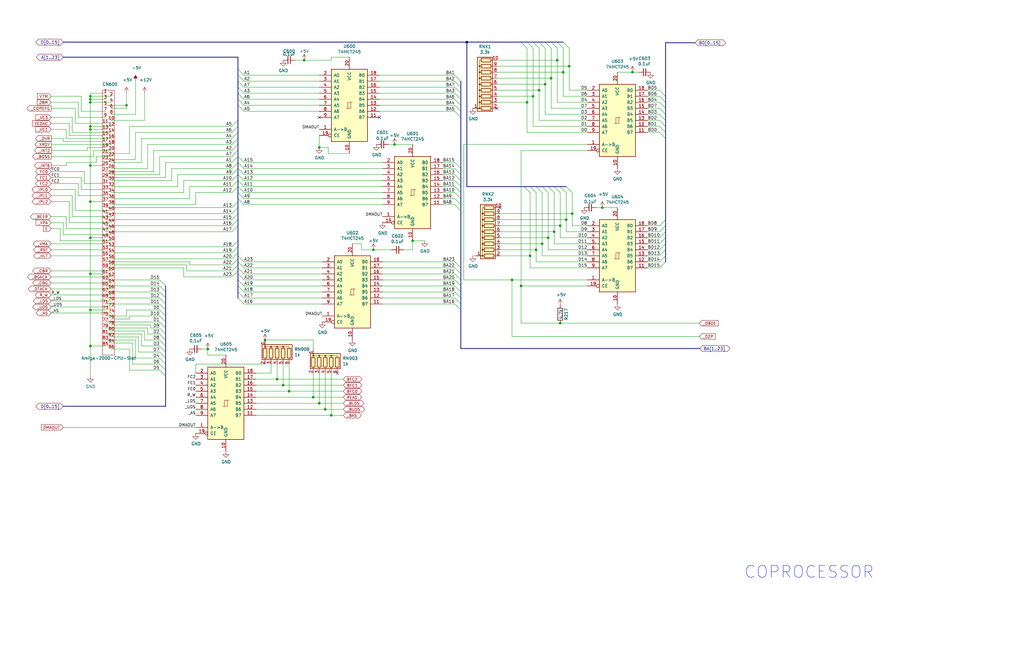
<source format=kicad_sch>
(kicad_sch (version 20230121) (generator eeschema)
  (paper "B")
  (title_block (title "Amiga 2000 EATX") (date "2023-03-10") (rev "3.0"))
  (junction (at 266.7 30.48))
  (junction (at 128.27 25.4))
  (junction (at 38.1 130.81))
  (junction (at 240.03 27.94))
  (junction (at 228.6 102.87))
  (junction (at 111.76 143.51))
  (junction (at 38.1 69.85))
  (junction (at 234.95 25.4))
  (junction (at 229.87 35.56))
  (junction (at 173.99 101.6))
  (junction (at 87.63 147.32))
  (junction (at 233.68 97.79))
  (junction (at 38.1 115.57))
  (junction (at 222.25 43.18))
  (junction (at 132.08 167.64))
  (junction (at 38.1 146.05))
  (junction (at 137.16 172.72))
  (junction (at 116.84 160.02))
  (junction (at 237.49 30.48))
  (junction (at 215.9 118.11))
  (junction (at 223.52 107.95))
  (junction (at 254 87.63))
  (junction (at 236.22 95.25))
  (junction (at 238.76 92.71))
  (junction (at 38.1 40.64))
  (junction (at 232.41 33.02))
  (junction (at 38.1 53.34))
  (junction (at 224.79 40.64))
  (junction (at 139.7 175.26))
  (junction (at 236.22 136.398))
  (junction (at 227.33 38.1))
  (junction (at 119.38 162.56))
  (junction (at 231.14 100.33))
  (junction (at 166.37 60.96))
  (junction (at 226.06 105.41))
  (junction (at 53.34 44.45))
  (junction (at 219.71 120.65))
  (junction (at 157.48 105.41))
  (junction (at 121.92 165.1))
  (junction (at 38.1 100.33))
  (junction (at 38.1 85.09))
  (junction (at 38.1 41.91))
  (junction (at 38.1 43.18))
  (junction (at 134.62 170.18))
  (junction (at 134.62 62.23))
  (junction (at 241.3 90.17))
  (junction (at 196.85 17.78))
  (junction (at 38.1 54.61))
  (no_connect (at 160.02 49.53))
  (no_connect (at 209.55 45.72))
  (no_connect (at 142.24 157.48))
  (no_connect (at 210.82 87.63))
  (no_connect (at 134.62 49.53))
  (bus_entry (at 191.77 83.82) (size 2.54 2.54))
  (bus_entry (at 191.77 128.27) (size 2.54 2.54))
  (bus_entry (at 229.87 20.32) (size -2.54 -2.54))
  (bus_entry (at 191.77 120.65) (size 2.54 2.54))
  (bus_entry (at 226.06 81.28) (size -2.54 -2.54))
  (bus_entry (at 191.77 39.37) (size 2.54 2.54))
  (bus_entry (at 97.79 55.88) (size 2.54 -2.54))
  (bus_entry (at 191.77 81.28) (size 2.54 2.54))
  (bus_entry (at 278.13 107.95) (size 2.54 -2.54))
  (bus_entry (at 241.3 81.28) (size -2.54 -2.54))
  (bus_entry (at 240.03 20.32) (size -2.54 -2.54))
  (bus_entry (at 102.87 120.65) (size -2.54 -2.54))
  (bus_entry (at 278.13 110.49) (size 2.54 -2.54))
  (bus_entry (at 231.14 81.28) (size -2.54 -2.54))
  (bus_entry (at 102.87 115.57) (size -2.54 -2.54))
  (bus_entry (at 102.87 73.66) (size -2.54 -2.54))
  (bus_entry (at 67.31 156.21) (size 2.54 2.54))
  (bus_entry (at 191.77 76.2) (size 2.54 2.54))
  (bus_entry (at 232.41 20.32) (size -2.54 -2.54))
  (bus_entry (at 191.77 36.83) (size 2.54 2.54))
  (bus_entry (at 278.13 55.88) (size 2.54 2.54))
  (bus_entry (at 97.79 106.68) (size 2.54 -2.54))
  (bus_entry (at 97.79 71.12) (size 2.54 -2.54))
  (bus_entry (at 102.87 83.82) (size -2.54 -2.54))
  (bus_entry (at 278.13 48.26) (size 2.54 2.54))
  (bus_entry (at 102.87 44.45) (size -2.54 -2.54))
  (bus_entry (at 97.79 66.04) (size 2.54 -2.54))
  (bus_entry (at 278.13 105.41) (size 2.54 -2.54))
  (bus_entry (at 67.31 146.05) (size 2.54 2.54))
  (bus_entry (at 222.25 20.32) (size -2.54 -2.54))
  (bus_entry (at 102.87 128.27) (size -2.54 -2.54))
  (bus_entry (at 67.31 130.81) (size 2.54 2.54))
  (bus_entry (at 191.77 118.11) (size 2.54 2.54))
  (bus_entry (at 67.31 120.65) (size 2.54 2.54))
  (bus_entry (at 97.79 68.58) (size 2.54 -2.54))
  (bus_entry (at 191.77 71.12) (size 2.54 2.54))
  (bus_entry (at 191.77 110.49) (size 2.54 2.54))
  (bus_entry (at 67.31 125.73) (size 2.54 2.54))
  (bus_entry (at 97.79 76.2) (size 2.54 -2.54))
  (bus_entry (at 278.13 40.64) (size 2.54 2.54))
  (bus_entry (at 97.79 81.28) (size 2.54 -2.54))
  (bus_entry (at 97.79 78.74) (size 2.54 -2.54))
  (bus_entry (at 97.79 92.71) (size 2.54 -2.54))
  (bus_entry (at 97.79 109.22) (size 2.54 -2.54))
  (bus_entry (at 191.77 44.45) (size 2.54 2.54))
  (bus_entry (at 233.68 81.28) (size -2.54 -2.54))
  (bus_entry (at 102.87 68.58) (size -2.54 -2.54))
  (bus_entry (at 67.31 140.97) (size 2.54 2.54))
  (bus_entry (at 102.87 78.74) (size -2.54 -2.54))
  (bus_entry (at 102.87 34.29) (size -2.54 -2.54))
  (bus_entry (at 102.87 110.49) (size -2.54 -2.54))
  (bus_entry (at 97.79 87.63) (size 2.54 -2.54))
  (bus_entry (at 228.6 81.28) (size -2.54 -2.54))
  (bus_entry (at 97.79 63.5) (size 2.54 -2.54))
  (bus_entry (at 67.31 135.89) (size 2.54 2.54))
  (bus_entry (at 191.77 86.36) (size 2.54 2.54))
  (bus_entry (at 67.31 153.67) (size 2.54 2.54))
  (bus_entry (at 97.79 116.84) (size 2.54 -2.54))
  (bus_entry (at 97.79 111.76) (size 2.54 -2.54))
  (bus_entry (at 102.87 123.19) (size -2.54 -2.54))
  (bus_entry (at 67.31 138.43) (size 2.54 2.54))
  (bus_entry (at 102.87 39.37) (size -2.54 -2.54))
  (bus_entry (at 97.79 60.96) (size 2.54 -2.54))
  (bus_entry (at 191.77 34.29) (size 2.54 2.54))
  (bus_entry (at 97.79 97.79) (size 2.54 -2.54))
  (bus_entry (at 278.13 38.1) (size 2.54 2.54))
  (bus_entry (at 102.87 71.12) (size -2.54 -2.54))
  (bus_entry (at 191.77 68.58) (size 2.54 2.54))
  (bus_entry (at 67.31 123.19) (size 2.54 2.54))
  (bus_entry (at 97.79 58.42) (size 2.54 -2.54))
  (bus_entry (at 97.79 53.34) (size 2.54 -2.54))
  (bus_entry (at 191.77 113.03) (size 2.54 2.54))
  (bus_entry (at 191.77 31.75) (size 2.54 2.54))
  (bus_entry (at 278.13 43.18) (size 2.54 2.54))
  (bus_entry (at 97.79 73.66) (size 2.54 -2.54))
  (bus_entry (at 278.13 97.79) (size 2.54 -2.54))
  (bus_entry (at 227.33 20.32) (size -2.54 -2.54))
  (bus_entry (at 278.13 113.03) (size 2.54 -2.54))
  (bus_entry (at 102.87 125.73) (size -2.54 -2.54))
  (bus_entry (at 278.13 102.87) (size 2.54 -2.54))
  (bus_entry (at 102.87 81.28) (size -2.54 -2.54))
  (bus_entry (at 191.77 125.73) (size 2.54 2.54))
  (bus_entry (at 191.77 73.66) (size 2.54 2.54))
  (bus_entry (at 102.87 36.83) (size -2.54 -2.54))
  (bus_entry (at 234.95 20.32) (size -2.54 -2.54))
  (bus_entry (at 278.13 53.34) (size 2.54 2.54))
  (bus_entry (at 237.49 20.32) (size -2.54 -2.54))
  (bus_entry (at 67.31 148.59) (size 2.54 2.54))
  (bus_entry (at 236.22 81.28) (size -2.54 -2.54))
  (bus_entry (at 278.13 45.72) (size 2.54 2.54))
  (bus_entry (at 191.77 78.74) (size 2.54 2.54))
  (bus_entry (at 191.77 115.57) (size 2.54 2.54))
  (bus_entry (at 191.77 123.19) (size 2.54 2.54))
  (bus_entry (at 102.87 31.75) (size -2.54 -2.54))
  (bus_entry (at 97.79 90.17) (size 2.54 -2.54))
  (bus_entry (at 224.79 20.32) (size -2.54 -2.54))
  (bus_entry (at 67.31 143.51) (size 2.54 2.54))
  (bus_entry (at 278.13 50.8) (size 2.54 2.54))
  (bus_entry (at 102.87 41.91) (size -2.54 -2.54))
  (bus_entry (at 191.77 46.99) (size 2.54 2.54))
  (bus_entry (at 223.52 81.28) (size -2.54 -2.54))
  (bus_entry (at 278.13 95.25) (size 2.54 -2.54))
  (bus_entry (at 67.31 118.11) (size 2.54 2.54))
  (bus_entry (at 102.87 46.99) (size -2.54 -2.54))
  (bus_entry (at 67.31 151.13) (size 2.54 2.54))
  (bus_entry (at 102.87 113.03) (size -2.54 -2.54))
  (bus_entry (at 278.13 100.33) (size 2.54 -2.54))
  (bus_entry (at 67.31 133.35) (size 2.54 2.54))
  (bus_entry (at 97.79 114.3) (size 2.54 -2.54))
  (bus_entry (at 238.76 81.28) (size -2.54 -2.54))
  (bus_entry (at 97.79 104.14) (size 2.54 -2.54))
  (bus_entry (at 97.79 95.25) (size 2.54 -2.54))
  (bus_entry (at 102.87 118.11) (size -2.54 -2.54))
  (bus_entry (at 191.77 41.91) (size 2.54 2.54))
  (bus_entry (at 102.87 76.2) (size -2.54 -2.54))
  (bus_entry (at 67.31 128.27) (size 2.54 2.54))
  (bus_entry (at 102.87 86.36) (size -2.54 -2.54))
  (wire (pts (xy 107.95 165.1) (xy 121.92 165.1)))
  (wire (pts (xy 46.99 114.3) (xy 21.59 114.3)))
  (wire (pts (xy 46.99 93.98) (xy 29.21 93.98)))
  (wire (pts (xy 72.39 76.2) (xy 72.39 71.12)))
  (bus (pts (xy 280.67 100.33) (xy 280.67 102.87)))
  (wire (pts (xy 160.02 31.75) (xy 191.77 31.75)))
  (wire (pts (xy 87.63 147.32) (xy 87.63 149.86)))
  (wire (pts (xy 114.3 153.67) (xy 114.3 157.48)))
  (wire (pts (xy 236.22 100.33) (xy 247.65 100.33)))
  (wire (pts (xy 247.65 113.03) (xy 223.52 113.03)))
  (wire (pts (xy 161.29 115.57) (xy 191.77 115.57)))
  (wire (pts (xy 80.01 111.76) (xy 97.79 111.76)))
  (wire (pts (xy 78.74 111.76) (xy 78.74 114.3)))
  (wire (pts (xy 236.22 136.398) (xy 294.894 136.398)))
  (wire (pts (xy 38.1 41.91) (xy 38.1 43.18)))
  (wire (pts (xy 209.55 40.64) (xy 224.79 40.64)))
  (bus (pts (xy 100.33 24.13) (xy 100.33 29.21)))
  (wire (pts (xy 161.29 81.28) (xy 102.87 81.28)))
  (wire (pts (xy 278.13 100.33) (xy 273.05 100.33)))
  (wire (pts (xy 229.87 20.32) (xy 229.87 35.56)))
  (wire (pts (xy 38.1 54.61) (xy 38.1 69.85)))
  (bus (pts (xy 280.67 43.18) (xy 280.67 45.72)))
  (wire (pts (xy 161.29 76.2) (xy 102.87 76.2)))
  (wire (pts (xy 186.69 78.74) (xy 191.77 78.74)))
  (wire (pts (xy 236.22 95.25) (xy 236.22 100.33)))
  (wire (pts (xy 228.6 102.87) (xy 228.6 81.28)))
  (wire (pts (xy 223.52 107.95) (xy 223.52 113.03)))
  (wire (pts (xy 33.02 77.47) (xy 33.02 82.55)))
  (wire (pts (xy 53.34 45.72) (xy 53.34 44.45)))
  (wire (pts (xy 63.5 138.43) (xy 67.31 138.43)))
  (wire (pts (xy 134.62 31.75) (xy 102.87 31.75)))
  (wire (pts (xy 173.99 60.96) (xy 166.37 60.96)))
  (wire (pts (xy 161.29 120.65) (xy 191.77 120.65)))
  (bus (pts (xy 194.31 76.2) (xy 194.31 78.74)))
  (bus (pts (xy 194.31 39.37) (xy 194.31 41.91)))
  (bus (pts (xy 100.33 71.12) (xy 100.33 73.66)))
  (bus (pts (xy 69.85 146.05) (xy 69.85 148.59)))
  (wire (pts (xy 135.89 120.65) (xy 102.87 120.65)))
  (wire (pts (xy 55.88 153.67) (xy 67.31 153.67)))
  (bus (pts (xy 232.41 17.78) (xy 234.95 17.78)))
  (bus (pts (xy 100.33 111.76) (xy 100.33 113.03)))
  (bus (pts (xy 100.33 73.66) (xy 100.33 76.2)))
  (wire (pts (xy 44.45 120.65) (xy 67.31 120.65)))
  (wire (pts (xy 21.59 52.07) (xy 29.21 52.07)))
  (wire (pts (xy 46.99 132.08) (xy 21.59 132.08)))
  (wire (pts (xy 161.29 128.27) (xy 191.77 128.27)))
  (wire (pts (xy 102.87 83.82) (xy 161.29 83.82)))
  (bus (pts (xy 194.31 44.45) (xy 194.31 46.99)))
  (wire (pts (xy 82.55 180.34) (xy 26.67 180.34)))
  (wire (pts (xy 44.45 44.45) (xy 53.34 44.45)))
  (wire (pts (xy 166.37 60.96) (xy 163.83 60.96)))
  (wire (pts (xy 229.87 35.56) (xy 229.87 48.26)))
  (wire (pts (xy 26.67 99.06) (xy 26.67 93.98)))
  (wire (pts (xy 46.99 147.32) (xy 54.61 147.32)))
  (bus (pts (xy 100.33 44.45) (xy 100.33 50.8)))
  (wire (pts (xy 210.82 100.33) (xy 231.14 100.33)))
  (wire (pts (xy 21.59 60.96) (xy 46.99 60.96)))
  (wire (pts (xy 238.76 81.28) (xy 238.76 92.71)))
  (bus (pts (xy 227.33 17.78) (xy 229.87 17.78)))
  (bus (pts (xy 100.33 118.11) (xy 100.33 120.65)))
  (wire (pts (xy 226.06 105.41) (xy 226.06 110.49)))
  (wire (pts (xy 128.27 25.4) (xy 139.7 25.4)))
  (wire (pts (xy 102.87 34.29) (xy 134.62 34.29)))
  (bus (pts (xy 280.67 18.034) (xy 293.116 18.034)))
  (wire (pts (xy 161.29 68.58) (xy 102.87 68.58)))
  (wire (pts (xy 44.45 115.57) (xy 38.1 115.57)))
  (bus (pts (xy 69.85 125.73) (xy 69.85 128.27)))
  (wire (pts (xy 237.49 30.48) (xy 237.49 40.64)))
  (wire (pts (xy 46.99 50.8) (xy 60.96 50.8)))
  (wire (pts (xy 46.99 43.18) (xy 38.1 43.18)))
  (wire (pts (xy 107.95 170.18) (xy 134.62 170.18)))
  (wire (pts (xy 77.47 76.2) (xy 97.79 76.2)))
  (wire (pts (xy 21.59 96.52) (xy 25.4 96.52)))
  (bus (pts (xy 100.33 114.3) (xy 100.33 115.57)))
  (bus (pts (xy 26.67 17.78) (xy 196.85 17.78)))
  (wire (pts (xy 224.79 20.32) (xy 224.79 40.64)))
  (wire (pts (xy 59.69 140.97) (xy 59.69 146.05)))
  (wire (pts (xy 210.82 90.17) (xy 241.3 90.17)))
  (wire (pts (xy 44.45 64.77) (xy 54.61 64.77)))
  (bus (pts (xy 100.33 66.04) (xy 100.33 68.58)))
  (wire (pts (xy 107.95 160.02) (xy 116.84 160.02)))
  (wire (pts (xy 240.03 27.94) (xy 240.03 38.1)))
  (bus (pts (xy 223.52 78.74) (xy 226.06 78.74)))
  (wire (pts (xy 273.05 45.72) (xy 278.13 45.72)))
  (wire (pts (xy 237.49 40.64) (xy 247.65 40.64)))
  (bus (pts (xy 100.33 76.2) (xy 100.33 78.74)))
  (wire (pts (xy 278.13 48.26) (xy 273.05 48.26)))
  (bus (pts (xy 69.85 156.21) (xy 69.85 158.75)))
  (wire (pts (xy 44.45 54.61) (xy 38.1 54.61)))
  (wire (pts (xy 46.99 121.92) (xy 21.59 121.92)))
  (wire (pts (xy 114.3 157.48) (xy 107.95 157.48)))
  (wire (pts (xy 38.1 130.81) (xy 38.1 146.05)))
  (bus (pts (xy 280.67 45.72) (xy 280.67 48.26)))
  (wire (pts (xy 191.77 71.12) (xy 186.69 71.12)))
  (bus (pts (xy 100.33 107.95) (xy 100.33 109.22)))
  (wire (pts (xy 135.89 113.03) (xy 102.87 113.03)))
  (wire (pts (xy 38.1 100.33) (xy 38.1 115.57)))
  (wire (pts (xy 53.34 130.81) (xy 67.31 130.81)))
  (wire (pts (xy 44.45 118.11) (xy 67.31 118.11)))
  (wire (pts (xy 219.71 120.65) (xy 219.71 63.5)))
  (bus (pts (xy 228.6 78.74) (xy 231.14 78.74)))
  (wire (pts (xy 97.79 87.63) (xy 44.45 87.63)))
  (wire (pts (xy 241.3 95.25) (xy 247.65 95.25)))
  (wire (pts (xy 60.96 50.8) (xy 60.96 39.37)))
  (wire (pts (xy 107.95 172.72) (xy 137.16 172.72)))
  (wire (pts (xy 135.89 110.49) (xy 102.87 110.49)))
  (wire (pts (xy 186.69 68.58) (xy 191.77 68.58)))
  (wire (pts (xy 228.6 102.87) (xy 228.6 107.95)))
  (wire (pts (xy 74.93 78.74) (xy 46.99 78.74)))
  (bus (pts (xy 196.85 78.74) (xy 220.98 78.74)))
  (wire (pts (xy 139.7 175.26) (xy 144.78 175.26)))
  (bus (pts (xy 226.06 78.74) (xy 228.6 78.74)))
  (wire (pts (xy 160.02 46.99) (xy 191.77 46.99)))
  (wire (pts (xy 44.45 113.03) (xy 77.47 113.03)))
  (bus (pts (xy 280.67 92.71) (xy 280.67 95.25)))
  (wire (pts (xy 44.45 125.73) (xy 67.31 125.73)))
  (wire (pts (xy 33.02 43.18) (xy 33.02 49.53)))
  (wire (pts (xy 46.99 53.34) (xy 38.1 53.34)))
  (wire (pts (xy 223.52 107.95) (xy 223.52 81.28)))
  (wire (pts (xy 62.23 140.97) (xy 67.31 140.97)))
  (wire (pts (xy 78.74 114.3) (xy 97.79 114.3)))
  (bus (pts (xy 69.85 171.45) (xy 26.67 171.45)))
  (bus (pts (xy 100.33 50.8) (xy 100.33 53.34)))
  (wire (pts (xy 210.82 95.25) (xy 236.22 95.25)))
  (wire (pts (xy 80.01 83.82) (xy 46.99 83.82)))
  (bus (pts (xy 100.33 120.65) (xy 100.33 123.19)))
  (wire (pts (xy 273.05 53.34) (xy 278.13 53.34)))
  (bus (pts (xy 219.71 17.78) (xy 222.25 17.78)))
  (bus (pts (xy 69.85 135.89) (xy 69.85 138.43)))
  (wire (pts (xy 46.99 63.5) (xy 39.37 63.5)))
  (wire (pts (xy 46.99 119.38) (xy 21.59 119.38)))
  (wire (pts (xy 161.29 118.11) (xy 191.77 118.11)))
  (wire (pts (xy 241.3 90.17) (xy 241.3 95.25)))
  (wire (pts (xy 229.87 48.26) (xy 247.65 48.26)))
  (wire (pts (xy 60.96 143.51) (xy 67.31 143.51)))
  (wire (pts (xy 260.35 87.63) (xy 254 87.63)))
  (wire (pts (xy 137.16 172.72) (xy 144.78 172.72)))
  (wire (pts (xy 247.65 107.95) (xy 228.6 107.95)))
  (wire (pts (xy 124.46 25.4) (xy 128.27 25.4)))
  (bus (pts (xy 280.67 95.25) (xy 280.67 97.79)))
  (wire (pts (xy 219.71 63.5) (xy 247.65 63.5)))
  (wire (pts (xy 209.55 35.56) (xy 229.87 35.56)))
  (wire (pts (xy 53.34 44.45) (xy 53.34 39.37)))
  (wire (pts (xy 38.1 69.85) (xy 38.1 85.09)))
  (wire (pts (xy 237.49 20.32) (xy 237.49 30.48)))
  (wire (pts (xy 30.48 55.88) (xy 30.48 49.53)))
  (bus (pts (xy 194.31 130.81) (xy 194.31 147.066)))
  (wire (pts (xy 135.89 115.57) (xy 102.87 115.57)))
  (wire (pts (xy 29.21 52.07) (xy 29.21 57.15)))
  (bus (pts (xy 100.33 87.63) (xy 100.33 90.17)))
  (wire (pts (xy 186.69 83.82) (xy 191.77 83.82)))
  (wire (pts (xy 46.99 106.68) (xy 97.79 106.68)))
  (wire (pts (xy 35.56 77.47) (xy 44.45 77.47)))
  (wire (pts (xy 38.1 43.18) (xy 38.1 53.34)))
  (wire (pts (xy 69.85 74.93) (xy 69.85 68.58)))
  (wire (pts (xy 46.99 111.76) (xy 78.74 111.76)))
  (wire (pts (xy 46.99 45.72) (xy 53.34 45.72)))
  (bus (pts (xy 100.33 104.14) (xy 100.33 106.68)))
  (wire (pts (xy 191.77 86.36) (xy 186.69 86.36)))
  (wire (pts (xy 44.45 107.95) (xy 21.59 107.95)))
  (bus (pts (xy 222.25 17.78) (xy 224.79 17.78)))
  (wire (pts (xy 59.69 146.05) (xy 67.31 146.05)))
  (wire (pts (xy 135.89 128.27) (xy 102.87 128.27)))
  (wire (pts (xy 31.75 88.9) (xy 31.75 80.01)))
  (wire (pts (xy 46.99 81.28) (xy 77.47 81.28)))
  (wire (pts (xy 209.55 25.4) (xy 234.95 25.4)))
  (wire (pts (xy 74.93 73.66) (xy 97.79 73.66)))
  (bus (pts (xy 194.31 86.36) (xy 194.31 88.9)))
  (wire (pts (xy 209.55 30.48) (xy 237.49 30.48)))
  (bus (pts (xy 69.85 140.97) (xy 69.85 143.51)))
  (wire (pts (xy 134.62 39.37) (xy 102.87 39.37)))
  (wire (pts (xy 62.23 71.12) (xy 62.23 60.96)))
  (wire (pts (xy 233.68 97.79) (xy 233.68 102.87)))
  (wire (pts (xy 21.59 45.72) (xy 31.75 45.72)))
  (wire (pts (xy 232.41 20.32) (xy 232.41 33.02)))
  (wire (pts (xy 266.7 30.48) (xy 269.24 30.48)))
  (bus (pts (xy 100.33 63.5) (xy 100.33 66.04)))
  (wire (pts (xy 44.45 140.97) (xy 59.69 140.97)))
  (wire (pts (xy 273.05 113.03) (xy 278.13 113.03)))
  (wire (pts (xy 77.47 113.03) (xy 77.47 116.84)))
  (wire (pts (xy 227.33 20.32) (xy 227.33 38.1)))
  (bus (pts (xy 69.85 153.67) (xy 69.85 156.21)))
  (wire (pts (xy 35.56 72.39) (xy 35.56 77.47)))
  (wire (pts (xy 147.32 64.77) (xy 138.43 64.77)))
  (wire (pts (xy 59.69 68.58) (xy 46.99 68.58)))
  (wire (pts (xy 132.08 167.64) (xy 144.78 167.64)))
  (wire (pts (xy 21.59 105.41) (xy 44.45 105.41)))
  (wire (pts (xy 63.5 137.16) (xy 63.5 138.43)))
  (wire (pts (xy 44.45 133.35) (xy 53.34 133.35)))
  (wire (pts (xy 160.02 41.91) (xy 191.77 41.91)))
  (wire (pts (xy 107.95 175.26) (xy 139.7 175.26)))
  (bus (pts (xy 100.33 110.49) (xy 100.33 111.76)))
  (wire (pts (xy 46.99 129.54) (xy 21.59 129.54)))
  (bus (pts (xy 196.85 17.78) (xy 219.71 17.78)))
  (wire (pts (xy 210.82 105.41) (xy 226.06 105.41)))
  (wire (pts (xy 215.9 118.11) (xy 247.65 118.11)))
  (wire (pts (xy 29.21 85.09) (xy 21.59 85.09)))
  (wire (pts (xy 226.06 81.28) (xy 226.06 105.41)))
  (wire (pts (xy 82.55 81.28) (xy 97.79 81.28)))
  (wire (pts (xy 46.99 86.36) (xy 82.55 86.36)))
  (wire (pts (xy 21.59 82.55) (xy 30.48 82.55)))
  (wire (pts (xy 119.38 162.56) (xy 144.78 162.56)))
  (wire (pts (xy 46.99 142.24) (xy 58.42 142.24)))
  (wire (pts (xy 80.01 110.49) (xy 80.01 111.76)))
  (wire (pts (xy 173.99 105.41) (xy 173.99 101.6)))
  (wire (pts (xy 161.29 123.19) (xy 191.77 123.19)))
  (wire (pts (xy 74.93 78.74) (xy 74.93 73.66)))
  (bus (pts (xy 69.85 133.35) (xy 69.85 135.89)))
  (wire (pts (xy 54.61 156.21) (xy 67.31 156.21)))
  (wire (pts (xy 199.39 107.95) (xy 200.66 107.95)))
  (wire (pts (xy 260.35 30.48) (xy 266.7 30.48)))
  (wire (pts (xy 21.59 91.44) (xy 27.94 91.44)))
  (wire (pts (xy 219.71 120.65) (xy 219.71 136.398)))
  (wire (pts (xy 30.48 91.44) (xy 46.99 91.44)))
  (wire (pts (xy 238.76 92.71) (xy 238.76 97.79)))
  (wire (pts (xy 210.82 92.71) (xy 238.76 92.71)))
  (wire (pts (xy 241.3 81.28) (xy 241.3 90.17)))
  (wire (pts (xy 38.1 146.05) (xy 38.1 158.75)))
  (wire (pts (xy 157.48 105.41) (xy 165.1 105.41)))
  (bus (pts (xy 194.31 118.11) (xy 194.31 120.65)))
  (bus (pts (xy 194.31 113.03) (xy 194.31 115.57)))
  (wire (pts (xy 46.99 40.64) (xy 38.1 40.64)))
  (bus (pts (xy 100.33 53.34) (xy 100.33 55.88)))
  (wire (pts (xy 39.37 63.5) (xy 39.37 66.04)))
  (wire (pts (xy 46.99 88.9) (xy 31.75 88.9)))
  (bus (pts (xy 194.31 34.29) (xy 194.31 36.83)))
  (bus (pts (xy 100.33 29.21) (xy 100.33 31.75)))
  (wire (pts (xy 46.99 66.04) (xy 40.64 66.04)))
  (wire (pts (xy 21.59 72.39) (xy 35.56 72.39)))
  (bus (pts (xy 100.33 101.6) (xy 100.33 104.14)))
  (wire (pts (xy 44.45 102.87) (xy 21.59 102.87)))
  (wire (pts (xy 62.23 60.96) (xy 97.79 60.96)))
  (wire (pts (xy 148.59 102.87) (xy 152.4 102.87)))
  (wire (pts (xy 134.62 44.45) (xy 102.87 44.45)))
  (wire (pts (xy 34.29 74.93) (xy 34.29 80.01)))
  (bus (pts (xy 194.31 49.53) (xy 194.31 71.12)))
  (wire (pts (xy 59.69 58.42) (xy 97.79 58.42)))
  (wire (pts (xy 44.45 41.91) (xy 38.1 41.91)))
  (bus (pts (xy 100.33 109.22) (xy 100.33 110.49)))
  (wire (pts (xy 234.95 25.4) (xy 234.95 43.18)))
  (wire (pts (xy 247.65 53.34) (xy 224.79 53.34)))
  (wire (pts (xy 132.08 147.32) (xy 132.08 143.51)))
  (wire (pts (xy 21.59 43.18) (xy 33.02 43.18)))
  (wire (pts (xy 240.03 38.1) (xy 247.65 38.1)))
  (bus (pts (xy 194.31 120.65) (xy 194.31 123.19)))
  (wire (pts (xy 152.4 105.41) (xy 157.48 105.41)))
  (wire (pts (xy 27.94 68.58) (xy 27.94 69.85)))
  (bus (pts (xy 100.33 113.03) (xy 100.33 114.3)))
  (wire (pts (xy 44.45 143.51) (xy 57.15 143.51)))
  (bus (pts (xy 234.95 17.78) (xy 237.49 17.78)))
  (wire (pts (xy 21.59 74.93) (xy 34.29 74.93)))
  (bus (pts (xy 194.31 88.9) (xy 194.31 113.03)))
  (wire (pts (xy 247.65 43.18) (xy 234.95 43.18)))
  (wire (pts (xy 135.89 125.73) (xy 102.87 125.73)))
  (wire (pts (xy 26.67 58.42) (xy 21.59 58.42)))
  (wire (pts (xy 273.05 97.79) (xy 278.13 97.79)))
  (wire (pts (xy 39.37 66.04) (xy 21.59 66.04)))
  (wire (pts (xy 161.29 125.73) (xy 191.77 125.73)))
  (wire (pts (xy 54.61 147.32) (xy 54.61 156.21)))
  (wire (pts (xy 278.13 55.88) (xy 273.05 55.88)))
  (wire (pts (xy 62.23 71.12) (xy 46.99 71.12)))
  (wire (pts (xy 138.43 64.77) (xy 138.43 62.23)))
  (wire (pts (xy 44.45 85.09) (xy 38.1 85.09)))
  (bus (pts (xy 100.33 41.91) (xy 100.33 44.45)))
  (wire (pts (xy 44.45 100.33) (xy 38.1 100.33)))
  (wire (pts (xy 236.22 81.28) (xy 236.22 95.25)))
  (bus (pts (xy 100.33 31.75) (xy 100.33 34.29)))
  (wire (pts (xy 107.95 162.56) (xy 119.38 162.56)))
  (bus (pts (xy 69.85 158.75) (xy 69.85 171.45)))
  (wire (pts (xy 232.41 33.02) (xy 232.41 45.72)))
  (wire (pts (xy 209.55 38.1) (xy 227.33 38.1)))
  (wire (pts (xy 121.92 153.67) (xy 121.92 165.1)))
  (wire (pts (xy 38.1 53.34) (xy 38.1 54.61)))
  (wire (pts (xy 53.34 133.35) (xy 53.34 130.81)))
  (wire (pts (xy 36.83 62.23) (xy 44.45 62.23)))
  (wire (pts (xy 134.62 157.48) (xy 134.62 170.18)))
  (wire (pts (xy 62.23 138.43) (xy 62.23 140.97)))
  (wire (pts (xy 215.9 118.11) (xy 215.9 141.986)))
  (bus (pts (xy 69.85 151.13) (xy 69.85 153.67)))
  (wire (pts (xy 46.99 137.16) (xy 63.5 137.16)))
  (wire (pts (xy 58.42 148.59) (xy 67.31 148.59)))
  (wire (pts (xy 36.83 63.5) (xy 36.83 62.23)))
  (wire (pts (xy 27.94 58.42) (xy 27.94 54.61)))
  (wire (pts (xy 77.47 81.28) (xy 77.47 76.2)))
  (bus (pts (xy 100.33 106.68) (xy 100.33 107.95)))
  (wire (pts (xy 54.61 64.77) (xy 54.61 53.34)))
  (wire (pts (xy 138.43 62.23) (xy 134.62 62.23)))
  (wire (pts (xy 209.55 43.18) (xy 222.25 43.18)))
  (wire (pts (xy 209.55 27.94) (xy 240.03 27.94)))
  (wire (pts (xy 27.94 91.44) (xy 27.94 96.52)))
  (bus (pts (xy 194.31 73.66) (xy 194.31 76.2)))
  (wire (pts (xy 82.55 86.36) (xy 82.55 81.28)))
  (wire (pts (xy 21.59 77.47) (xy 33.02 77.47)))
  (wire (pts (xy 186.69 73.66) (xy 191.77 73.66)))
  (wire (pts (xy 33.02 49.53) (xy 44.45 49.53)))
  (wire (pts (xy 27.94 96.52) (xy 46.99 96.52)))
  (wire (pts (xy 111.76 153.67) (xy 82.55 153.67)))
  (wire (pts (xy 44.45 128.27) (xy 67.31 128.27)))
  (bus (pts (xy 194.31 71.12) (xy 194.31 73.66)))
  (wire (pts (xy 44.45 97.79) (xy 97.79 97.79)))
  (wire (pts (xy 38.1 85.09) (xy 38.1 100.33)))
  (wire (pts (xy 27.94 69.85) (xy 21.59 69.85)))
  (wire (pts (xy 134.62 62.23) (xy 134.62 57.15)))
  (wire (pts (xy 240.03 20.32) (xy 240.03 27.94)))
  (wire (pts (xy 97.79 92.71) (xy 44.45 92.71)))
  (bus (pts (xy 194.31 128.27) (xy 194.31 130.81)))
  (bus (pts (xy 100.33 34.29) (xy 100.33 36.83)))
  (wire (pts (xy 27.94 54.61) (xy 21.59 54.61)))
  (wire (pts (xy 57.15 143.51) (xy 57.15 151.13)))
  (wire (pts (xy 191.77 81.28) (xy 186.69 81.28)))
  (bus (pts (xy 100.33 83.82) (xy 100.33 85.09)))
  (wire (pts (xy 44.45 123.19) (xy 67.31 123.19)))
  (wire (pts (xy 215.9 141.986) (xy 294.894 141.986)))
  (wire (pts (xy 34.29 46.99) (xy 34.29 40.64)))
  (wire (pts (xy 273.05 38.1) (xy 278.13 38.1)))
  (bus (pts (xy 194.31 83.82) (xy 194.31 86.36)))
  (bus (pts (xy 100.33 92.71) (xy 100.33 95.25)))
  (wire (pts (xy 67.31 73.66) (xy 67.31 66.04)))
  (bus (pts (xy 194.31 115.57) (xy 194.31 118.11)))
  (wire (pts (xy 231.14 105.41) (xy 247.65 105.41)))
  (wire (pts (xy 31.75 45.72) (xy 31.75 52.07)))
  (bus (pts (xy 194.31 41.91) (xy 194.31 44.45)))
  (wire (pts (xy 30.48 82.55) (xy 30.48 91.44)))
  (wire (pts (xy 72.39 76.2) (xy 46.99 76.2)))
  (wire (pts (xy 247.65 102.87) (xy 233.68 102.87)))
  (wire (pts (xy 247.65 97.79) (xy 238.76 97.79)))
  (wire (pts (xy 80.01 83.82) (xy 80.01 78.74)))
  (wire (pts (xy 161.29 73.66) (xy 102.87 73.66)))
  (wire (pts (xy 233.68 97.79) (xy 233.68 81.28)))
  (wire (pts (xy 80.01 78.74) (xy 97.79 78.74)))
  (bus (pts (xy 100.33 85.09) (xy 100.33 87.63)))
  (wire (pts (xy 191.77 110.49) (xy 161.29 110.49)))
  (wire (pts (xy 160.02 34.29) (xy 191.77 34.29)))
  (bus (pts (xy 196.85 17.78) (xy 196.85 78.74)))
  (wire (pts (xy 231.14 100.33) (xy 231.14 105.41)))
  (wire (pts (xy 160.02 44.45) (xy 191.77 44.45)))
  (wire (pts (xy 25.4 101.6) (xy 46.99 101.6)))
  (wire (pts (xy 102.87 86.36) (xy 161.29 86.36)))
  (wire (pts (xy 107.95 167.64) (xy 132.08 167.64)))
  (wire (pts (xy 34.29 80.01) (xy 44.45 80.01)))
  (bus (pts (xy 236.22 78.74) (xy 238.76 78.74)))
  (wire (pts (xy 227.33 50.8) (xy 247.65 50.8)))
  (wire (pts (xy 215.9 118.11) (xy 195.58 118.11)))
  (wire (pts (xy 34.29 40.64) (xy 21.59 40.64)))
  (bus (pts (xy 280.67 102.87) (xy 280.67 105.41)))
  (bus (pts (xy 280.67 40.64) (xy 280.67 43.18)))
  (wire (pts (xy 134.62 36.83) (xy 102.87 36.83)))
  (wire (pts (xy 31.75 80.01) (xy 21.59 80.01)))
  (wire (pts (xy 116.84 153.67) (xy 116.84 160.02)))
  (wire (pts (xy 54.61 134.62) (xy 54.61 133.35)))
  (wire (pts (xy 132.08 143.51) (xy 111.76 143.51)))
  (wire (pts (xy 82.55 153.67) (xy 82.55 157.48)))
  (bus (pts (xy 100.33 68.58) (xy 100.33 71.12)))
  (bus (pts (xy 194.31 46.99) (xy 194.31 49.53)))
  (wire (pts (xy 161.29 71.12) (xy 102.87 71.12)))
  (wire (pts (xy 46.99 58.42) (xy 27.94 58.42)))
  (bus (pts (xy 194.31 147.066) (xy 295.148 147.066)))
  (wire (pts (xy 278.13 105.41) (xy 273.05 105.41)))
  (wire (pts (xy 179.07 101.6) (xy 173.99 101.6)))
  (bus (pts (xy 100.33 115.57) (xy 100.33 118.11)))
  (bus (pts (xy 100.33 36.83) (xy 100.33 39.37)))
  (wire (pts (xy 139.7 24.13) (xy 147.32 24.13)))
  (wire (pts (xy 132.08 157.48) (xy 132.08 167.64)))
  (bus (pts (xy 280.67 48.26) (xy 280.67 50.8)))
  (bus (pts (xy 100.33 60.96) (xy 100.33 63.5)))
  (bus (pts (xy 194.31 81.28) (xy 194.31 83.82)))
  (bus (pts (xy 220.98 78.74) (xy 223.52 78.74)))
  (wire (pts (xy 134.62 170.18) (xy 144.78 170.18)))
  (bus (pts (xy 26.67 24.13) (xy 100.33 24.13)))
  (wire (pts (xy 67.31 66.04) (xy 97.79 66.04)))
  (bus (pts (xy 194.31 125.73) (xy 194.31 128.27)))
  (wire (pts (xy 46.99 127) (xy 21.59 127)))
  (wire (pts (xy 25.4 96.52) (xy 25.4 101.6)))
  (wire (pts (xy 210.82 97.79) (xy 233.68 97.79)))
  (wire (pts (xy 161.29 78.74) (xy 102.87 78.74)))
  (wire (pts (xy 38.1 40.64) (xy 38.1 41.91)))
  (wire (pts (xy 135.89 123.19) (xy 102.87 123.19)))
  (bus (pts (xy 280.67 58.42) (xy 280.67 92.71)))
  (wire (pts (xy 219.71 136.398) (xy 236.22 136.398)))
  (wire (pts (xy 54.61 53.34) (xy 97.79 53.34)))
  (wire (pts (xy 222.25 55.88) (xy 247.65 55.88)))
  (wire (pts (xy 77.47 116.84) (xy 97.79 116.84)))
  (wire (pts (xy 278.13 95.25) (xy 273.05 95.25)))
  (wire (pts (xy 224.79 40.64) (xy 224.79 53.34)))
  (wire (pts (xy 57.15 151.13) (xy 67.31 151.13)))
  (wire (pts (xy 116.84 160.02) (xy 144.78 160.02)))
  (wire (pts (xy 231.14 81.28) (xy 231.14 100.33)))
  (wire (pts (xy 64.77 72.39) (xy 44.45 72.39)))
  (bus (pts (xy 69.85 148.59) (xy 69.85 151.13)))
  (bus (pts (xy 194.31 78.74) (xy 194.31 81.28)))
  (wire (pts (xy 278.13 40.64) (xy 273.05 40.64)))
  (bus (pts (xy 69.85 130.81) (xy 69.85 133.35)))
  (bus (pts (xy 100.33 81.28) (xy 100.33 83.82)))
  (wire (pts (xy 44.45 95.25) (xy 97.79 95.25)))
  (wire (pts (xy 44.45 138.43) (xy 62.23 138.43)))
  (wire (pts (xy 44.45 39.37) (xy 38.1 39.37)))
  (bus (pts (xy 280.67 50.8) (xy 280.67 53.34)))
  (wire (pts (xy 33.02 82.55) (xy 44.45 82.55)))
  (wire (pts (xy 134.62 46.99) (xy 102.87 46.99)))
  (wire (pts (xy 64.77 72.39) (xy 64.77 63.5)))
  (bus (pts (xy 69.85 120.65) (xy 69.85 123.19)))
  (bus (pts (xy 100.33 90.17) (xy 100.33 92.71)))
  (wire (pts (xy 232.41 45.72) (xy 247.65 45.72)))
  (bus (pts (xy 231.14 78.74) (xy 233.68 78.74)))
  (bus (pts (xy 280.67 97.79) (xy 280.67 100.33)))
  (wire (pts (xy 44.45 59.69) (xy 26.67 59.69)))
  (wire (pts (xy 210.82 107.95) (xy 223.52 107.95)))
  (bus (pts (xy 280.67 105.41) (xy 280.67 107.95)))
  (bus (pts (xy 194.31 123.19) (xy 194.31 125.73)))
  (wire (pts (xy 60.96 139.7) (xy 60.96 143.51)))
  (bus (pts (xy 100.33 55.88) (xy 100.33 58.42)))
  (bus (pts (xy 224.79 17.78) (xy 227.33 17.78)))
  (wire (pts (xy 210.82 102.87) (xy 228.6 102.87)))
  (wire (pts (xy 72.39 71.12) (xy 97.79 71.12)))
  (wire (pts (xy 234.95 20.32) (xy 234.95 25.4)))
  (wire (pts (xy 87.63 149.86) (xy 95.25 149.86)))
  (wire (pts (xy 44.45 74.93) (xy 69.85 74.93)))
  (bus (pts (xy 280.67 40.64) (xy 280.67 18.034)))
  (wire (pts (xy 46.99 139.7) (xy 60.96 139.7)))
  (bus (pts (xy 280.67 107.95) (xy 280.67 110.49)))
  (wire (pts (xy 29.21 57.15) (xy 44.45 57.15)))
  (wire (pts (xy 69.85 68.58) (xy 97.79 68.58)))
  (wire (pts (xy 64.77 63.5) (xy 97.79 63.5)))
  (wire (pts (xy 59.69 68.58) (xy 59.69 58.42)))
  (wire (pts (xy 46.99 104.14) (xy 97.79 104.14)))
  (wire (pts (xy 121.92 165.1) (xy 144.78 165.1)))
  (bus (pts (xy 194.31 36.83) (xy 194.31 39.37)))
  (bus (pts (xy 100.33 95.25) (xy 100.33 101.6)))
  (wire (pts (xy 29.21 93.98) (xy 29.21 85.09)))
  (wire (pts (xy 55.88 144.78) (xy 55.88 153.67)))
  (wire (pts (xy 278.13 107.95) (xy 273.05 107.95)))
  (wire (pts (xy 26.67 59.69) (xy 26.67 58.42)))
  (wire (pts (xy 278.13 50.8) (xy 273.05 50.8)))
  (bus (pts (xy 100.33 39.37) (xy 100.33 41.91)))
  (wire (pts (xy 254 87.63) (xy 251.46 87.63)))
  (wire (pts (xy 152.4 102.87) (xy 152.4 105.41)))
  (wire (pts (xy 135.89 118.11) (xy 102.87 118.11)))
  (bus (pts (xy 100.33 58.42) (xy 100.33 60.96)))
  (wire (pts (xy 227.33 38.1) (xy 227.33 50.8)))
  (wire (pts (xy 38.1 39.37) (xy 38.1 40.64)))
  (wire (pts (xy 139.7 25.4) (xy 139.7 24.13)))
  (bus (pts (xy 69.85 128.27) (xy 69.85 130.81)))
  (wire (pts (xy 46.99 99.06) (xy 26.67 99.06)))
  (wire (pts (xy 46.99 144.78) (xy 55.88 144.78)))
  (wire (pts (xy 44.45 110.49) (xy 80.01 110.49)))
  (wire (pts (xy 160.02 36.83) (xy 191.77 36.83)))
  (bus (pts (xy 280.67 53.34) (xy 280.67 55.88)))
  (wire (pts (xy 195.58 118.11) (xy 195.58 60.96)))
  (wire (pts (xy 46.99 124.46) (xy 21.59 124.46)))
  (wire (pts (xy 44.45 146.05) (xy 38.1 146.05)))
  (wire (pts (xy 44.45 46.99) (xy 34.29 46.99)))
  (wire (pts (xy 30.48 49.53) (xy 21.59 49.53)))
  (wire (pts (xy 139.7 157.48) (xy 139.7 175.26)))
  (wire (pts (xy 26.67 93.98) (xy 21.59 93.98)))
  (wire (pts (xy 38.1 115.57) (xy 38.1 130.81)))
  (wire (pts (xy 46.99 134.62) (xy 54.61 134.62)))
  (bus (pts (xy 100.33 123.19) (xy 100.33 125.73)))
  (wire (pts (xy 160.02 39.37) (xy 191.77 39.37)))
  (wire (pts (xy 46.99 109.22) (xy 97.79 109.22)))
  (wire (pts (xy 134.62 41.91) (xy 102.87 41.91)))
  (wire (pts (xy 85.09 147.32) (xy 87.63 147.32)))
  (wire (pts (xy 273.05 102.87) (xy 278.13 102.87)))
  (bus (pts (xy 69.85 138.43) (xy 69.85 140.97)))
  (wire (pts (xy 226.06 110.49) (xy 247.65 110.49)))
  (wire (pts (xy 40.64 68.58) (xy 27.94 68.58)))
  (bus (pts (xy 229.87 17.78) (xy 232.41 17.78)))
  (wire (pts (xy 191.77 76.2) (xy 186.69 76.2)))
  (bus (pts (xy 233.68 78.74) (xy 236.22 78.74)))
  (wire (pts (xy 137.16 157.48) (xy 137.16 172.72)))
  (bus (pts (xy 69.85 143.51) (xy 69.85 146.05)))
  (wire (pts (xy 57.15 48.26) (xy 57.15 34.29)))
  (wire (pts (xy 46.99 55.88) (xy 30.48 55.88)))
  (wire (pts (xy 40.64 66.04) (xy 40.64 68.58)))
  (wire (pts (xy 67.31 73.66) (xy 46.99 73.66)))
  (wire (pts (xy 44.45 135.89) (xy 67.31 135.89)))
  (wire (pts (xy 44.45 69.85) (xy 38.1 69.85)))
  (wire (pts (xy 161.29 113.03) (xy 191.77 113.03)))
  (wire (pts (xy 119.38 153.67) (xy 119.38 162.56)))
  (wire (pts (xy 58.42 142.24) (xy 58.42 148.59)))
  (wire (pts (xy 222.25 43.18) (xy 222.25 55.88)))
  (wire (pts (xy 209.55 33.02) (xy 232.41 33.02)))
  (wire (pts (xy 222.25 20.32) (xy 222.25 43.18)))
  (bus (pts (xy 69.85 123.19) (xy 69.85 125.73)))
  (wire (pts (xy 44.45 90.17) (xy 97.79 90.17)))
  (wire (pts (xy 31.75 52.07) (xy 44.45 52.07)))
  (wire (pts (xy 170.18 105.41) (xy 173.99 105.41)))
  (wire (pts (xy 46.99 116.84) (xy 21.59 116.84)))
  (wire (pts (xy 278.13 110.49) (xy 273.05 110.49)))
  (bus (pts (xy 280.67 55.88) (xy 280.67 58.42)))
  (wire (pts (xy 46.99 48.26) (xy 57.15 48.26)))
  (wire (pts (xy 273.05 43.18) (xy 278.13 43.18)))
  (wire (pts (xy 44.45 130.81) (xy 38.1 130.81)))
  (wire (pts (xy 21.59 63.5) (xy 36.83 63.5)))
  (wire (pts (xy 57.15 67.31) (xy 57.15 55.88)))
  (wire (pts (xy 44.45 67.31) (xy 57.15 67.31)))
  (wire (pts (xy 57.15 55.88) (xy 97.79 55.88)))
  (wire (pts (xy 54.61 133.35) (xy 67.31 133.35)))
  (wire (pts (xy 195.58 60.96) (xy 247.65 60.96)))
  (bus (pts (xy 100.33 78.74) (xy 100.33 81.28)))
  (wire (pts (xy 219.71 120.65) (xy 247.65 120.65)))
  (text "COPROCESSOR" (at 313.69 244.475 0) (effects (font (size 5.0038 5.0038)) (justify left bottom)))
  (label "A23" (at 97.79 116.84 180) (effects (font (size 1.2954 1.2954))))
  (label "BA4" (at 191.77 44.45 180) (effects (font (size 1.2954 1.2954))))
  (label "BA10" (at 186.69 81.28 0) (effects (font (size 1.2954 1.2954))))
  (label "A21" (at 102.87 115.57 0) (effects (font (size 1.2954 1.2954))))
  (label "D15" (at 67.31 118.11 180))
  (label "D8" (at 247.65 95.25 180))
  (label "A2" (at 97.79 63.5 180) (effects (font (size 1.2954 1.2954))))
  (label "BA5" (at 191.77 46.99 180) (effects (font (size 1.2954 1.2954))))
  (label "A4" (at 97.79 58.42 180) (effects (font (size 1.2954 1.2954))))
  (label "D3" (at 247.65 48.26 180))
  (label "BA12" (at 186.69 76.2 0) (effects (font (size 1.2954 1.2954))))
  (label "BD9" (at 273.05 97.79 0) (effects (font (size 1.2954 1.2954))))
  (label "A22" (at 97.79 111.76 180) (effects (font (size 1.2954 1.2954))))
  (label "A2" (at 105.41 34.29 180) (effects (font (size 1.2954 1.2954))))
  (label "D4" (at 247.65 43.18 180))
  (label "BA19" (at 191.77 120.65 180) (effects (font (size 1.2954 1.2954))))
  (label "BA22" (at 191.77 113.03 180) (effects (font (size 1.2954 1.2954))))
  (label "D15" (at 247.65 113.03 180))
  (label "BD4" (at 273.05 43.18 0) (effects (font (size 1.2954 1.2954))))
  (label "A9" (at 97.79 73.66 180) (effects (font (size 1.2954 1.2954))))
  (label "BA9" (at 186.69 83.82 0) (effects (font (size 1.2954 1.2954))))
  (label "D3" (at 67.31 146.05 180) (effects (font (size 1.2954 1.2954))))
  (label "D6" (at 67.31 153.67 180) (effects (font (size 1.2954 1.2954))))
  (label "BD8" (at 273.05 95.25 0) (effects (font (size 1.2954 1.2954))))
  (label "BA3" (at 191.77 39.37 180) (effects (font (size 1.2954 1.2954))))
  (label "BD1" (at 273.05 53.34 0) (effects (font (size 1.2954 1.2954))))
  (label "BA20" (at 191.77 118.11 180) (effects (font (size 1.2954 1.2954))))
  (label "A13" (at 106.68 73.66 180) (effects (font (size 1.2954 1.2954))))
  (label "A11" (at 106.68 78.74 180) (effects (font (size 1.2954 1.2954))))
  (label "BA6" (at 191.77 41.91 180) (effects (font (size 1.2954 1.2954))))
  (label "A8" (at 97.79 71.12 180) (effects (font (size 1.2954 1.2954))))
  (label "BA8" (at 186.69 86.36 0) (effects (font (size 1.2954 1.2954))))
  (label "_UDS" (at 21.59 129.54 0) (effects (font (size 1.1938 1.1938))))
  (label "R_W" (at 82.55 167.64 180) (effects (font (size 1.1938 1.1938))))
  (label "D7" (at 247.65 45.72 180))
  (label "A10" (at 97.79 76.2 180) (effects (font (size 1.2954 1.2954))))
  (label "A8" (at 105.41 86.36 180) (effects (font (size 1.2954 1.2954))))
  (label "BD15" (at 273.05 113.03 0) (effects (font (size 1.2954 1.2954))))
  (label "A14" (at 106.68 71.12 180) (effects (font (size 1.2954 1.2954))))
  (label "FC2" (at 21.59 77.47 0) (effects (font (size 1.1938 1.1938))))
  (label "BD12" (at 273.05 105.41 0) (effects (font (size 1.2954 1.2954))))
  (label "A3" (at 97.79 60.96 180) (effects (font (size 1.2954 1.2954))))
  (label "A15" (at 97.79 92.71 180) (effects (font (size 1.2954 1.2954))))
  (label "D14" (at 247.65 110.49 180))
  (label "A13" (at 97.79 87.63 180) (effects (font (size 1.2954 1.2954))))
  (label "A18" (at 97.79 104.14 180) (effects (font (size 1.2954 1.2954))))
  (label "A18" (at 106.68 123.19 180) (effects (font (size 1.2954 1.2954))))
  (label "DMAOUT" (at 134.62 54.61 180) (effects (font (size 1.1938 1.1938))))
  (label "R_W" (at 21.59 124.46 0) (effects (font (size 1.1938 1.1938))))
  (label "D12" (at 67.31 125.73 180))
  (label "D6" (at 247.65 40.64 180))
  (label "BA21" (at 191.77 115.57 180) (effects (font (size 1.2954 1.2954))))
  (label "A1" (at 105.41 31.75 180) (effects (font (size 1.2954 1.2954))))
  (label "BA23" (at 191.77 110.49 180) (effects (font (size 1.2954 1.2954))))
  (label "A1" (at 97.79 68.58 180) (effects (font (size 1.2954 1.2954))))
  (label "A7" (at 97.79 66.04 180) (effects (font (size 1.2954 1.2954))))
  (label "BA15" (at 186.69 68.58 0) (effects (font (size 1.2954 1.2954))))
  (label "A5" (at 105.41 46.99 180) (effects (font (size 1.2954 1.2954))))
  (label "D1" (at 67.31 135.89 180) (effects (font (size 1.2954 1.2954))))
  (label "BA18" (at 191.77 123.19 180) (effects (font (size 1.2954 1.2954))))
  (label "BD11" (at 273.05 102.87 0) (effects (font (size 1.2954 1.2954))))
  (label "D0" (at 67.31 130.81 180) (effects (font (size 1.2954 1.2954))))
  (label "A14" (at 97.79 90.17 180) (effects (font (size 1.2954 1.2954))))
  (label "BD2" (at 273.05 50.8 0) (effects (font (size 1.2954 1.2954))))
  (label "D9" (at 67.31 138.43 180) (effects (font (size 1.2954 1.2954))))
  (label "A12" (at 106.68 76.2 180) (effects (font (size 1.2954 1.2954))))
  (label "BD13" (at 273.05 107.95 0) (effects (font (size 1.2954 1.2954))))
  (label "A19" (at 106.68 120.65 180) (effects (font (size 1.2954 1.2954))))
  (label "A11" (at 97.79 78.74 180) (effects (font (size 1.2954 1.2954))))
  (label "A6" (at 97.79 55.88 180) (effects (font (size 1.2954 1.2954))))
  (label "BA2" (at 191.77 34.29 180) (effects (font (size 1.2954 1.2954))))
  (label "DMAOUT" (at 161.29 91.44 180) (effects (font (size 1.1938 1.1938))))
  (label "BA17" (at 191.77 125.73 180) (effects (font (size 1.2954 1.2954))))
  (label "D10" (at 247.65 100.33 180))
  (label "FC0" (at 21.59 72.39 0) (effects (font (size 1.1938 1.1938))))
  (label "A6" (at 105.41 41.91 180) (effects (font (size 1.2954 1.2954))))
  (label "_LDS" (at 82.55 170.18 180) (effects (font (size 1.1938 1.1938))))
  (label "A3" (at 105.41 39.37 180) (effects (font (size 1.2954 1.2954))))
  (label "D5" (at 247.65 38.1 180))
  (label "_UDS" (at 82.55 172.72 180) (effects (font (size 1.1938 1.1938))))
  (label "A21" (at 97.79 114.3 180) (effects (font (size 1.2954 1.2954))))
  (label "_AS" (at 82.55 175.26 180) (effects (font (size 1.1938 1.1938))))
  (label "_LDS" (at 21.59 127 0) (effects (font (size 1.1938 1.1938))))
  (label "BD7" (at 273.05 45.72 0) (effects (font (size 1.2954 1.2954))))
  (label "BD14" (at 273.05 110.49 0) (effects (font (size 1.2954 1.2954))))
  (label "D13" (at 67.31 123.19 180))
  (label "BD0" (at 273.05 55.88 0) (effects (font (size 1.2954 1.2954))))
  (label "D11" (at 247.65 102.87 180))
  (label "A4" (at 105.41 44.45 180) (effects (font (size 1.2954 1.2954))))
  (label "A5" (at 97.79 53.34 180) (effects (font (size 1.2954 1.2954))))
  (label "A16" (at 106.68 128.27 180) (effects (font (size 1.2954 1.2954))))
  (label "BA13" (at 186.69 73.66 0) (effects (font (size 1.2954 1.2954))))
  (label "FC0" (at 82.55 165.1 180) (effects (font (size 1.1938 1.1938))))
  (label "A17" (at 97.79 97.79 180) (effects (font (size 1.2954 1.2954))))
  (label "D2" (at 67.31 140.97 180) (effects (font (size 1.2954 1.2954))))
  (label "A20" (at 97.79 109.22 180) (effects (font (size 1.2954 1.2954))))
  (label "A12" (at 97.79 81.28 180) (effects (font (size 1.2954 1.2954))))
  (label "BA14" (at 186.69 71.12 0) (effects (font (size 1.2954 1.2954))))
  (label "D14" (at 67.31 120.65 180))
  (label "D2" (at 247.65 50.8 180))
  (label "D9" (at 247.65 97.79 180))
  (label "D4" (at 67.31 151.13 180) (effects (font (size 1.2954 1.2954))))
  (label "D1" (at 247.65 53.34 180))
  (label "D8" (at 67.31 143.51 180) (effects (font (size 1.2954 1.2954))))
  (label "FC2" (at 82.55 160.02 180) (effects (font (size 1.1938 1.1938))))
  (label "DMAOUT" (at 82.55 180.34 180) (effects (font (size 1.1938 1.1938))))
  (label "D11" (at 67.31 128.27 180))
  (label "_AS" (at 21.59 132.08 0) (effects (font (size 1.1938 1.1938))))
  (label "BA1" (at 191.77 31.75 180) (effects (font (size 1.2954 1.2954))))
  (label "D13" (at 247.65 107.95 180))
  (label "BD3" (at 273.05 48.26 0) (effects (font (size 1.2954 1.2954))))
  (label "D10" (at 67.31 133.35 180) (effects (font (size 1.2954 1.2954))))
  (label "A7" (at 105.41 36.83 180) (effects (font (size 1.2954 1.2954))))
  (label "D7" (at 67.31 148.59 180) (effects (font (size 1.2954 1.2954))))
  (label "A23" (at 106.68 110.49 180) (effects (font (size 1.2954 1.2954))))
  (label "BA11" (at 186.69 78.74 0) (effects (font (size 1.2954 1.2954))))
  (label "A16" (at 97.79 95.25 180) (effects (font (size 1.2954 1.2954))))
  (label "A19" (at 97.79 106.68 180) (effects (font (size 1.2954 1.2954))))
  (label "A10" (at 106.68 81.28 180) (effects (font (size 1.2954 1.2954))))
  (label "BD5" (at 273.05 38.1 0) (effects (font (size 1.2954 1.2954))))
  (label "A22" (at 102.87 113.03 0) (effects (font (size 1.2954 1.2954))))
  (label "A15" (at 106.68 68.58 180) (effects (font (size 1.2954 1.2954))))
  (label "A20" (at 106.68 118.11 180) (effects (font (size 1.2954 1.2954))))
  (label "FC1" (at 82.55 162.56 180) (effects (font (size 1.1938 1.1938))))
  (label "A9" (at 105.41 83.82 180) (effects (font (size 1.2954 1.2954))))
  (label "D0" (at 247.65 55.88 180))
  (label "BA16" (at 191.77 128.27 180) (effects (font (size 1.2954 1.2954))))
  (label "FC1" (at 21.59 74.93 0) (effects (font (size 1.1938 1.1938))))
  (label "BD10" (at 273.05 100.33 0) (effects (font (size 1.2954 1.2954))))
  (label "BA7" (at 191.77 36.83 180) (effects (font (size 1.2954 1.2954))))
  (label "DMAOUT" (at 135.89 133.35 180) (effects (font (size 1.1938 1.1938))))
  (label "BD6" (at 273.05 40.64 0) (effects (font (size 1.2954 1.2954))))
  (label "A17" (at 106.68 125.73 180) (effects (font (size 1.2954 1.2954))))
  (label "D12" (at 247.65 105.41 180))
  (label "D5" (at 67.31 156.21 180) (effects (font (size 1.2954 1.2954))))
  (global_label "_IPL1" (shape bidirectional) (at 21.59 82.55 180) (effects (font (size 1.1938 1.1938))) (property "Intersheetrefs" "${INTERSHEET_REFS}" (effects hide)))
  (global_label "_VC1" (shape input) (at 21.59 54.61 180) (effects (font (size 1.1938 1.1938))) (property "Intersheetrefs" "${INTERSHEET_REFS}" (effects hide)))
  (global_label "_DTACK" (shape bidirectional) (at 21.59 121.92 180) (effects (font (size 1.1938 1.1938))) (property "Intersheetrefs" "${INTERSHEET_REFS}" (effects hide)))
  (global_label "XRDY" (shape output) (at 21.59 60.96 180) (effects (font (size 1.1938 1.1938))) (property "Intersheetrefs" "${INTERSHEET_REFS}" (effects hide)))
  (global_label "_CBG" (shape bidirectional) (at 21.59 119.38 180) (effects (font (size 1.1938 1.1938))) (property "Intersheetrefs" "${INTERSHEET_REFS}" (effects hide)))
  (global_label "_LDS" (shape bidirectional) (at 21.59 127 180) (effects (font (size 1.1938 1.1938))) (property "Intersheetrefs" "${INTERSHEET_REFS}" (effects hide)))
  (global_label "_OVR" (shape output) (at 21.59 58.42 180) (effects (font (size 1.1938 1.1938))) (property "Intersheetrefs" "${INTERSHEET_REFS}" (effects hide)))
  (global_label "DMAOUT" (shape input) (at 26.67 180.34 180) (effects (font (size 1.1938 1.1938))) (property "Intersheetrefs" "${INTERSHEET_REFS}" (effects hide)))
  (global_label "_AS" (shape bidirectional) (at 21.59 132.08 180) (effects (font (size 1.1938 1.1938))) (property "Intersheetrefs" "${INTERSHEET_REFS}" (effects hide)))
  (global_label "28M" (shape input) (at 21.59 43.18 180) (effects (font (size 1.1938 1.1938))) (property "Intersheetrefs" "${INTERSHEET_REFS}" (effects hide)))
  (global_label "_INT2" (shape output) (at 21.59 63.5 180) (effects (font (size 1.1938 1.1938))) (property "Intersheetrefs" "${INTERSHEET_REFS}" (effects hide)))
  (global_label "V7M" (shape input) (at 21.59 40.64 180) (effects (font (size 1.1938 1.1938))) (property "Intersheetrefs" "${INTERSHEET_REFS}" (effects hide)))
  (global_label "_BAS" (shape bidirectional) (at 144.78 175.26 0) (effects (font (size 1.1938 1.1938))) (property "Intersheetrefs" "${INTERSHEET_REFS}" (effects hide)))
  (global_label "_INT6" (shape output) (at 21.59 69.85 180) (effects (font (size 1.1938 1.1938))) (property "Intersheetrefs" "${INTERSHEET_REFS}" (effects hide)))
  (global_label "_VC3" (shape input) (at 21.59 49.53 180) (effects (font (size 1.1938 1.1938))) (property "Intersheetrefs" "${INTERSHEET_REFS}" (effects hide)))
  (global_label "A[1..23]" (shape bidirectional) (at 26.67 24.13 180) (effects (font (size 1.2954 1.2954))) (property "Intersheetrefs" "${INTERSHEET_REFS}" (effects hide)))
  (global_label "BA[1..23]" (shape bidirectional) (at 295.148 147.066 0) (effects (font (size 1.2954 1.2954))) (property "Intersheetrefs" "${INTERSHEET_REFS}" (effects hide)))
  (global_label "FC0" (shape bidirectional) (at 21.59 72.39 180) (effects (font (size 1.1938 1.1938))) (property "Intersheetrefs" "${INTERSHEET_REFS}" (effects hide)))
  (global_label "_VPA" (shape input) (at 21.59 93.98 180) (effects (font (size 1.1938 1.1938))) (property "Intersheetrefs" "${INTERSHEET_REFS}" (effects hide)))
  (global_label "_HLT" (shape bidirectional) (at 21.59 107.95 180) (effects (font (size 1.1938 1.1938))) (property "Intersheetrefs" "${INTERSHEET_REFS}" (effects hide)))
  (global_label "BFC0" (shape bidirectional) (at 144.78 165.1 0) (effects (font (size 1.1938 1.1938))) (property "Intersheetrefs" "${INTERSHEET_REFS}" (effects hide)))
  (global_label "_BUDS" (shape bidirectional) (at 144.78 172.72 0) (effects (font (size 1.1938 1.1938))) (property "Intersheetrefs" "${INTERSHEET_REFS}" (effects hide)))
  (global_label "D[0..15]" (shape bidirectional) (at 26.67 17.78 180) (effects (font (size 1.2954 1.2954))) (property "Intersheetrefs" "${INTERSHEET_REFS}" (effects hide)))
  (global_label "FC2" (shape bidirectional) (at 21.59 77.47 180) (effects (font (size 1.1938 1.1938))) (property "Intersheetrefs" "${INTERSHEET_REFS}" (effects hide)))
  (global_label "_IPL0" (shape bidirectional) (at 21.59 80.01 180) (effects (font (size 1.1938 1.1938))) (property "Intersheetrefs" "${INTERSHEET_REFS}" (effects hide)))
  (global_label "BFC2" (shape bidirectional) (at 144.78 160.02 0) (effects (font (size 1.1938 1.1938))) (property "Intersheetrefs" "${INTERSHEET_REFS}" (effects hide)))
  (global_label "_BOSS" (shape output) (at 21.59 66.04 180) (effects (font (size 1.1938 1.1938))) (property "Intersheetrefs" "${INTERSHEET_REFS}" (effects hide)))
  (global_label "_BEER" (shape bidirectional) (at 21.59 91.44 180) (effects (font (size 1.1938 1.1938))) (property "Intersheetrefs" "${INTERSHEET_REFS}" (effects hide)))
  (global_label "R_W" (shape bidirectional) (at 21.59 124.46 180) (effects (font (size 1.1938 1.1938))) (property "Intersheetrefs" "${INTERSHEET_REFS}" (effects hide)))
  (global_label "_BLDS" (shape bidirectional) (at 144.78 170.18 0) (effects (font (size 1.1938 1.1938))) (property "Intersheetrefs" "${INTERSHEET_REFS}" (effects hide)))
  (global_label "_D2P" (shape input) (at 294.894 141.986 0) (effects (font (size 1.1938 1.1938))) (property "Intersheetrefs" "${INTERSHEET_REFS}" (effects hide)))
  (global_label "VCDAC" (shape input) (at 21.59 52.07 180) (effects (font (size 1.1938 1.1938))) (property "Intersheetrefs" "${INTERSHEET_REFS}" (effects hide)))
  (global_label "BFC1" (shape bidirectional) (at 144.78 162.56 0) (effects (font (size 1.1938 1.1938))) (property "Intersheetrefs" "${INTERSHEET_REFS}" (effects hide)))
  (global_label "_BGACK" (shape bidirectional) (at 21.59 116.84 180) (effects (font (size 1.1938 1.1938))) (property "Intersheetrefs" "${INTERSHEET_REFS}" (effects hide)))
  (global_label "_IPL2" (shape bidirectional) (at 21.59 85.09 180) (effects (font (size 1.1938 1.1938))) (property "Intersheetrefs" "${INTERSHEET_REFS}" (effects hide)))
  (global_label "D[0..15]" (shape bidirectional) (at 26.67 171.45 180) (effects (font (size 1.2954 1.2954))) (property "Intersheetrefs" "${INTERSHEET_REFS}" (effects hide)))
  (global_label "_UDS" (shape bidirectional) (at 21.59 129.54 180) (effects (font (size 1.1938 1.1938))) (property "Intersheetrefs" "${INTERSHEET_REFS}" (effects hide)))
  (global_label "FC1" (shape bidirectional) (at 21.59 74.93 180) (effects (font (size 1.1938 1.1938))) (property "Intersheetrefs" "${INTERSHEET_REFS}" (effects hide)))
  (global_label "BD[0..15]" (shape bidirectional) (at 293.116 18.034 0) (effects (font (size 1.2954 1.2954))) (property "Intersheetrefs" "${INTERSHEET_REFS}" (effects hide)))
  (global_label "E" (shape input) (at 21.59 96.52 180) (effects (font (size 1.1938 1.1938))) (property "Intersheetrefs" "${INTERSHEET_REFS}" (effects hide)))
  (global_label "READ" (shape bidirectional) (at 144.78 167.64 0) (effects (font (size 1.1938 1.1938))) (property "Intersheetrefs" "${INTERSHEET_REFS}" (effects hide)))
  (global_label "_COPCFG" (shape output) (at 21.59 45.72 180) (effects (font (size 1.1938 1.1938))) (property "Intersheetrefs" "${INTERSHEET_REFS}" (effects hide)))
  (global_label "_CBR" (shape bidirectional) (at 21.59 114.3 180) (effects (font (size 1.1938 1.1938))) (property "Intersheetrefs" "${INTERSHEET_REFS}" (effects hide)))
  (global_label "_RST" (shape bidirectional) (at 21.59 105.41 180) (effects (font (size 1.1938 1.1938))) (property "Intersheetrefs" "${INTERSHEET_REFS}" (effects hide)))
  (global_label "_VMA" (shape bidirectional) (at 21.59 102.87 180) (effects (font (size 1.1938 1.1938))) (property "Intersheetrefs" "${INTERSHEET_REFS}" (effects hide)))
  (global_label "_DBOE" (shape input) (at 294.894 136.398 0) (effects (font (size 1.1938 1.1938))) (property "Intersheetrefs" "${INTERSHEET_REFS}" (effects hide)))
  (symbol (lib_id "Amiga-Library:Amiga-2000-CPU-Slot") (at 45.72 92.71 0) (unit 1)
    (property "Reference" "CN600" (at 43.18 35.56 0) (effects (justify left)))
    (property "Value" "Amiga-2000-CPU-Slot" (at 34.29 151.13 0) (effects (justify left)))
    (property "Footprint" "AmigaFootprints:Samtec_HLE-150-02-xx-DV-TE_2x43_P2.54mm_Horizontal" (effects hide))
  )
  (symbol (lib_id "power:GND") (at 38.1 158.75 0) (unit 1)
    (property "Reference" "#PWR0123" (effects hide))
    (property "Value" "GND" (at 38.227 163.1442 0))
  )
  (symbol (lib_id "power:+5V") (at 53.34 39.37 0) (unit 1)
    (property "Reference" "#PWR0124" (effects hide))
    (property "Value" "+5V" (at 53.7718 33.7058 0))
  )
  (symbol (lib_id "power:-5V") (at 57.15 34.29 0) (unit 1)
    (property "Reference" "#PWR0125" (effects hide))
    (property "Value" "-5V" (at 57.5818 28.6258 0))
  )
  (symbol (lib_id "power:+12V") (at 60.96 39.37 0) (unit 1)
    (property "Reference" "#PWR0126" (effects hide))
    (property "Value" "+12V" (at 61.3918 33.7058 0))
  )
  (symbol (lib_id "74xx:74LS245") (at 147.32 44.45 0) (unit 1)
    (property "Reference" "U600" (at 147.32 19.5326 0))
    (property "Value" "74HCT245" (at 147.32 21.844 0))
    (property "Footprint" "Package_SO:SOIC-20W_7.5x12.8mm_P1.27mm" (effects hide))
    (property "Datasheet" "http://www.ti.com/lit/gpn/sn74LS245" (effects hide))
  )
  (symbol (lib_id "74xx:74LS245") (at 173.99 81.28 0) (unit 1)
    (property "Reference" "U601" (at 173.99 56.3626 0))
    (property "Value" "74HCT245" (at 173.99 58.674 0))
    (property "Footprint" "Package_SO:SOIC-20W_7.5x12.8mm_P1.27mm" (effects hide))
    (property "Datasheet" "http://www.ti.com/lit/gpn/sn74LS245" (effects hide))
  )
  (symbol (lib_id "74xx:74LS245") (at 148.59 123.19 0) (unit 1)
    (property "Reference" "U602" (at 148.59 98.2726 0))
    (property "Value" "74HCT245" (at 148.59 100.584 0))
    (property "Footprint" "Package_SO:SOIC-20W_7.5x12.8mm_P1.27mm" (effects hide))
    (property "Datasheet" "http://www.ti.com/lit/gpn/sn74LS245" (effects hide))
  )
  (symbol (lib_id "74xx:74LS245") (at 260.35 50.8 0) (unit 1)
    (property "Reference" "U603" (at 260.35 25.8826 0))
    (property "Value" "74HCT245" (at 260.35 28.194 0))
    (property "Footprint" "Package_SO:SOIC-20W_7.5x12.8mm_P1.27mm" (effects hide))
    (property "Datasheet" "http://www.ti.com/lit/gpn/sn74LS245" (effects hide))
  )
  (symbol (lib_id "74xx:74LS245") (at 260.35 107.95 0) (unit 1)
    (property "Reference" "U604" (at 260.35 83.0326 0))
    (property "Value" "74HCT245" (at 260.35 85.344 0))
    (property "Footprint" "Package_SO:SOIC-20W_7.5x12.8mm_P1.27mm" (effects hide))
    (property "Datasheet" "http://www.ti.com/lit/gpn/sn74LS245" (effects hide))
  )
  (symbol (lib_id "74xx:74LS245") (at 95.25 170.18 0) (unit 1)
    (property "Reference" "U605" (at 95.25 145.2626 0))
    (property "Value" "74HCT245" (at 95.25 147.574 0))
    (property "Footprint" "Package_SO:SOIC-20W_7.5x12.8mm_P1.27mm" (effects hide))
    (property "Datasheet" "http://www.ti.com/lit/gpn/sn74LS245" (effects hide))
  )
  (symbol (lib_id "power:GND") (at 179.07 101.6 0) (unit 1)
    (property "Reference" "#PWR0128" (effects hide))
    (property "Value" "GND" (at 179.197 105.9942 0))
  )
  (symbol (lib_id "power:GND") (at 148.59 143.51 0) (unit 1)
    (property "Reference" "#PWR0129" (effects hide))
    (property "Value" "GND" (at 148.717 147.9042 0))
  )
  (symbol (lib_id "power:GND") (at 260.35 71.12 0) (unit 1)
    (property "Reference" "#PWR0130" (effects hide))
    (property "Value" "GND" (at 260.477 75.5142 0))
  )
  (symbol (lib_id "power:GND") (at 260.35 128.27 0) (unit 1)
    (property "Reference" "#PWR0131" (effects hide))
    (property "Value" "GND" (at 260.477 132.6642 0))
  )
  (symbol (lib_id "Device:R_Network09") (at 204.47 35.56 90) (unit 1)
    (property "Reference" "RNX1" (at 204.47 19.685 90))
    (property "Value" "3.3k" (at 204.47 21.9964 90))
    (property "Footprint" "Resistor_THT:R_Array_SIP10" (effects hide))
    (property "Datasheet" "http://www.vishay.com/docs/31509/csc.pdf" (effects hide))
  )
  (symbol (lib_id "Device:R_Network09") (at 205.74 97.79 90) (unit 1)
    (property "Reference" "RNX2" (at 205.74 81.915 90))
    (property "Value" "3.3k" (at 205.74 84.2264 90))
    (property "Footprint" "Resistor_THT:R_Array_SIP10" (effects hide))
    (property "Datasheet" "http://www.vishay.com/docs/31509/csc.pdf" (effects hide))
  )
  (symbol (lib_id "power:GND") (at 199.39 45.72 0) (unit 1)
    (property "Reference" "#PWR0132" (effects hide))
    (property "Value" "GND" (at 199.517 50.1142 0))
  )
  (symbol (lib_id "power:GND") (at 199.39 107.95 0) (unit 1)
    (property "Reference" "#PWR0133" (effects hide))
    (property "Value" "GND" (at 199.517 112.3442 0))
  )
  (symbol (lib_id "power:GND") (at 95.25 190.5 0) (unit 1)
    (property "Reference" "#PWR0134" (effects hide))
    (property "Value" "GND" (at 95.377 194.8942 0))
  )
  (symbol (lib_id "power:+5V") (at 111.76 143.51 0) (unit 1)
    (property "Reference" "#PWR0135" (effects hide))
    (property "Value" "+5V" (at 111.76 139.7 0))
  )
  (symbol (lib_id "power:GND") (at 82.55 182.88 0) (unit 1)
    (property "Reference" "#PWR0136" (effects hide))
    (property "Value" "GND" (at 82.677 187.2742 0))
  )
  (symbol (lib_id "Device:C_Small") (at 82.55 147.32 90) (unit 1)
    (property "Reference" "C605" (at 82.55 141.5034 90))
    (property "Value" "0.1uF" (at 82.55 143.8148 90))
    (property "Footprint" "Capacitor_SMD:C_1206_3216Metric" (effects hide))
  )
  (symbol (lib_id "power:+5V") (at 87.63 147.32 0) (unit 1)
    (property "Reference" "#PWR0137" (effects hide))
    (property "Value" "+5V" (at 88.0618 141.6558 0))
  )
  (symbol (lib_id "power:GND") (at 80.01 147.32 0) (unit 1)
    (property "Reference" "#PWR0138" (effects hide))
    (property "Value" "GND" (at 80.137 151.7142 0))
  )
  (symbol (lib_id "Device:C_Small") (at 167.64 105.41 90) (unit 1)
    (property "Reference" "C602" (at 167.64 99.5934 90))
    (property "Value" "0.1uF" (at 167.64 101.9048 90))
    (property "Footprint" "Capacitor_SMD:C_1206_3216Metric" (effects hide))
  )
  (symbol (lib_id "Device:C_Small") (at 161.29 60.96 270) (unit 1)
    (property "Reference" "C601" (at 161.29 55.88 90))
    (property "Value" "0.1uF" (at 161.29 58.42 90))
    (property "Footprint" "Capacitor_SMD:C_1206_3216Metric" (effects hide))
  )
  (symbol (lib_id "Device:C_Small") (at 121.92 25.4 270) (unit 1)
    (property "Reference" "C600" (at 121.92 21.59 90))
    (property "Value" "0.1uF" (at 121.92 22.86 90))
    (property "Footprint" "Capacitor_SMD:C_1206_3216Metric" (effects hide))
  )
  (symbol (lib_id "Device:C_Small") (at 271.78 30.48 90) (unit 1)
    (property "Reference" "C603" (at 271.78 24.6634 90))
    (property "Value" "0.1uF" (at 271.78 26.9748 90))
    (property "Footprint" "Capacitor_SMD:C_1206_3216Metric" (effects hide))
  )
  (symbol (lib_id "Device:C_Small") (at 248.92 87.63 270) (unit 1)
    (property "Reference" "C604" (at 248.92 82.55 90))
    (property "Value" "0.1uF" (at 248.92 85.09 90))
    (property "Footprint" "Capacitor_SMD:C_1206_3216Metric" (effects hide))
  )
  (symbol (lib_id "power:GND") (at 246.38 87.63 0) (unit 1)
    (property "Reference" "#PWR0139" (effects hide))
    (property "Value" "GND" (at 246.507 92.0242 0))
  )
  (symbol (lib_id "power:GND") (at 274.32 30.48 0) (unit 1)
    (property "Reference" "#PWR0140" (effects hide))
    (property "Value" "GND" (at 274.447 34.8742 0))
  )
  (symbol (lib_id "power:GND") (at 119.38 25.4 0) (unit 1)
    (property "Reference" "#PWR0141" (effects hide))
    (property "Value" "GND" (at 119.507 29.7942 0))
  )
  (symbol (lib_id "power:GND") (at 158.75 60.96 0) (unit 1)
    (property "Reference" "#PWR0142" (effects hide))
    (property "Value" "GND" (at 158.877 65.3542 0))
  )
  (symbol (lib_id "power:+5V") (at 157.48 105.41 0) (unit 1)
    (property "Reference" "#PWR0143" (effects hide))
    (property "Value" "+5V" (at 157.48 101.6 0))
  )
  (symbol (lib_id "power:+5V") (at 166.37 60.96 0) (unit 1)
    (property "Reference" "#PWR0144" (effects hide))
    (property "Value" "+5V" (at 166.37 57.15 0))
  )
  (symbol (lib_id "power:+5V") (at 128.27 25.4 0) (unit 1)
    (property "Reference" "#PWR0145" (effects hide))
    (property "Value" "+5V" (at 128.27 21.59 0))
  )
  (symbol (lib_id "power:+5V") (at 266.7 30.48 0) (unit 1)
    (property "Reference" "#PWR0146" (effects hide))
    (property "Value" "+5V" (at 267.1318 24.8158 0))
  )
  (symbol (lib_id "power:+5V") (at 254 87.63 0) (unit 1)
    (property "Reference" "#PWR0147" (effects hide))
    (property "Value" "+5V" (at 254.4318 81.9658 0))
  )
  (symbol (lib_id "power:GND") (at 134.62 62.23 0) (unit 1)
    (property "Reference" "#PWR0148" (effects hide))
    (property "Value" "GND" (at 134.747 66.6242 0))
  )
  (symbol (lib_id "power:GND") (at 135.89 135.89 0) (unit 1)
    (property "Reference" "#PWR0149" (effects hide))
    (property "Value" "GND" (at 136.017 140.2842 0))
  )
  (symbol (lib_id "power:GND") (at 161.29 93.98 0) (unit 1)
    (property "Reference" "#PWR0150" (effects hide))
    (property "Value" "GND" (at 161.417 98.3742 0))
  )
  (symbol (lib_id "Device:R_Network05") (at 116.84 148.59 0) (unit 1)
    (property "Reference" "RN908" (at 124.1552 147.4216 0) (effects (justify left)))
    (property "Value" "1k" (at 124.1552 149.733 0) (effects (justify left)))
    (property "Footprint" "Resistor_THT:R_Array_SIP6" (effects hide))
    (property "Datasheet" "http://www.vishay.com/docs/31509/csc.pdf" (effects hide))
  )
  (symbol (lib_id "Device:R_Network05") (at 137.16 152.4 0) (unit 1)
    (property "Reference" "RN903" (at 144.4752 151.2316 0) (effects (justify left)))
    (property "Value" "1k" (at 144.4752 153.543 0) (effects (justify left)))
    (property "Footprint" "Resistor_THT:R_Array_SIP6" (effects hide))
    (property "Datasheet" "http://www.vishay.com/docs/31509/csc.pdf" (effects hide))
  )
  (symbol (lib_id "Device:R") (at 236.22 132.588 180) (unit 1)
    (property "Reference" "R217" (at 238.76 132.588 90))
    (property "Value" "4.7k" (at 236.474 132.588 90))
    (property "Footprint" "Resistor_SMD:R_1206_3216Metric" (effects hide))
    (instances (project "2000ATX" (path "" (reference "R217") (unit 1)) (path "" (reference "R600") (unit 1))))
  )
  (symbol (lib_id "power:+5V") (at 236.22 128.778 0) (unit 1)
    (property "Reference" "#PWR01" (effects hide))
    (property "Value" "+5V" (at 236.601 124.3838 0))
    (instances (project "2000ATX" (path "" (reference "#PWR01") (unit 1)) (path "" (reference "#PWR03") (unit 1))))
  )
)
</source>
